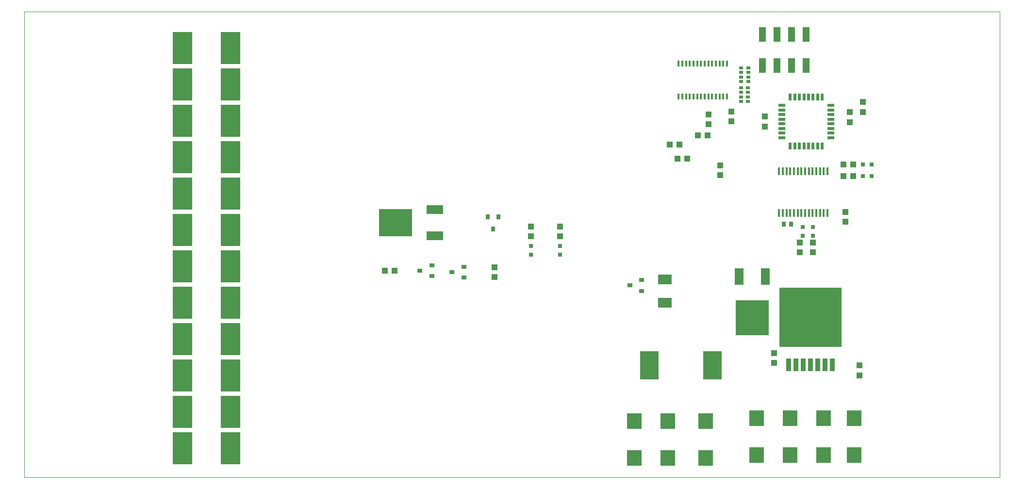
<source format=gtp>
G75*
%MOIN*%
%OFA0B0*%
%FSLAX25Y25*%
%IPPOS*%
%LPD*%
%AMOC8*
5,1,8,0,0,1.08239X$1,22.5*
%
%ADD10C,0.00000*%
%ADD11R,0.03937X0.04331*%
%ADD12R,0.04331X0.03937*%
%ADD13R,0.03543X0.03150*%
%ADD14R,0.03150X0.03543*%
%ADD15R,0.11811X0.06299*%
%ADD16R,0.22500X0.19000*%
%ADD17R,0.05000X0.02200*%
%ADD18R,0.02200X0.05000*%
%ADD19R,0.13386X0.22047*%
%ADD20R,0.01200X0.03900*%
%ADD21R,0.01370X0.05500*%
%ADD22R,0.03150X0.03150*%
%ADD23R,0.05000X0.10000*%
%ADD24R,0.03500X0.03100*%
%ADD25R,0.09449X0.07087*%
%ADD26R,0.22835X0.24409*%
%ADD27R,0.06299X0.11811*%
%ADD28R,0.03600X0.08500*%
%ADD29R,0.42500X0.41000*%
%ADD30R,0.12992X0.19291*%
%ADD31R,0.10039X0.10906*%
%ADD32R,0.02756X0.03543*%
%ADD33R,0.02559X0.01969*%
D10*
X0003000Y0004250D02*
X0003000Y0324250D01*
X0673000Y0324250D01*
X0673000Y0004250D01*
X0003000Y0004250D01*
D11*
X0326000Y0141904D03*
X0326000Y0148596D03*
X0451654Y0223250D03*
X0458346Y0223250D03*
X0452846Y0232750D03*
X0446154Y0232750D03*
X0473000Y0246904D03*
X0473000Y0253596D03*
X0488500Y0255596D03*
X0488500Y0248904D03*
X0511500Y0252096D03*
X0511500Y0245404D03*
X0481000Y0218596D03*
X0481000Y0211904D03*
X0565654Y0211250D03*
X0572346Y0211250D03*
X0572346Y0219250D03*
X0565654Y0219250D03*
X0570000Y0248404D03*
X0570000Y0255096D03*
X0579000Y0255404D03*
X0579000Y0262096D03*
X0566900Y0186496D03*
X0566900Y0179804D03*
X0518000Y0089596D03*
X0518000Y0082904D03*
X0576500Y0081096D03*
X0576500Y0074404D03*
D12*
X0544500Y0158904D03*
X0535500Y0158904D03*
X0535500Y0165596D03*
X0544500Y0165596D03*
X0472346Y0239250D03*
X0465654Y0239250D03*
X0371000Y0176596D03*
X0371000Y0169904D03*
X0351000Y0169904D03*
X0351000Y0176596D03*
X0257346Y0146250D03*
X0250654Y0146250D03*
D13*
X0274669Y0146250D03*
X0282937Y0142510D03*
X0282937Y0149990D03*
X0296669Y0145250D03*
X0304937Y0141510D03*
X0304937Y0148990D03*
D14*
X0325000Y0174919D03*
X0321260Y0183187D03*
X0328740Y0183187D03*
D15*
X0284906Y0188226D03*
X0284906Y0170274D03*
D16*
X0257748Y0179250D03*
D17*
X0523100Y0237726D03*
X0523100Y0240876D03*
X0523100Y0244026D03*
X0523100Y0247175D03*
X0523100Y0250325D03*
X0523100Y0253474D03*
X0523100Y0256624D03*
X0523100Y0259774D03*
X0556900Y0259774D03*
X0556900Y0256624D03*
X0556900Y0253474D03*
X0556900Y0250325D03*
X0556900Y0247175D03*
X0556900Y0244026D03*
X0556900Y0240876D03*
X0556900Y0237726D03*
D18*
X0551024Y0231850D03*
X0547874Y0231850D03*
X0544724Y0231850D03*
X0541575Y0231850D03*
X0538425Y0231850D03*
X0535276Y0231850D03*
X0532126Y0231850D03*
X0528976Y0231850D03*
X0528976Y0265650D03*
X0532126Y0265650D03*
X0535276Y0265650D03*
X0538425Y0265650D03*
X0541575Y0265650D03*
X0544724Y0265650D03*
X0547874Y0265650D03*
X0551024Y0265650D03*
D19*
X0144535Y0274250D03*
X0111465Y0274250D03*
X0111465Y0299250D03*
X0144535Y0299250D03*
X0144535Y0249250D03*
X0111465Y0249250D03*
X0111465Y0224250D03*
X0144535Y0224250D03*
X0144535Y0199250D03*
X0111465Y0199250D03*
X0111465Y0174250D03*
X0144535Y0174250D03*
X0144535Y0149250D03*
X0111465Y0149250D03*
X0111465Y0124250D03*
X0144535Y0124250D03*
X0144535Y0099250D03*
X0111465Y0099250D03*
X0111465Y0074250D03*
X0144535Y0074250D03*
X0144535Y0049250D03*
X0111465Y0049250D03*
X0111465Y0024250D03*
X0144535Y0024250D03*
D20*
X0452366Y0265763D03*
X0454925Y0265763D03*
X0457484Y0265763D03*
X0460043Y0265763D03*
X0462602Y0265763D03*
X0465161Y0265763D03*
X0467720Y0265763D03*
X0470280Y0265763D03*
X0472839Y0265763D03*
X0475398Y0265763D03*
X0477957Y0265763D03*
X0480516Y0265763D03*
X0483075Y0265763D03*
X0485634Y0265763D03*
X0485634Y0288737D03*
X0483075Y0288737D03*
X0480516Y0288737D03*
X0477957Y0288737D03*
X0475398Y0288737D03*
X0472839Y0288737D03*
X0470280Y0288737D03*
X0467720Y0288737D03*
X0465161Y0288737D03*
X0462602Y0288737D03*
X0460043Y0288737D03*
X0457484Y0288737D03*
X0454925Y0288737D03*
X0452366Y0288737D03*
D21*
X0521366Y0214644D03*
X0523925Y0214644D03*
X0526484Y0214644D03*
X0529043Y0214644D03*
X0531602Y0214644D03*
X0534161Y0214644D03*
X0536720Y0214644D03*
X0539280Y0214644D03*
X0541839Y0214644D03*
X0544398Y0214644D03*
X0546957Y0214644D03*
X0549516Y0214644D03*
X0552075Y0214644D03*
X0554634Y0214644D03*
X0554634Y0185856D03*
X0552075Y0185856D03*
X0549516Y0185856D03*
X0546957Y0185856D03*
X0544398Y0185856D03*
X0541839Y0185856D03*
X0539280Y0185856D03*
X0536720Y0185856D03*
X0534161Y0185856D03*
X0531602Y0185856D03*
X0529043Y0185856D03*
X0526484Y0185856D03*
X0523925Y0185856D03*
X0521366Y0185856D03*
D22*
X0537500Y0176203D03*
X0544500Y0176203D03*
X0544500Y0170297D03*
X0537500Y0170297D03*
X0579047Y0211250D03*
X0584953Y0211250D03*
X0584953Y0219250D03*
X0579047Y0219250D03*
X0371000Y0163203D03*
X0371000Y0157297D03*
X0351000Y0157297D03*
X0351000Y0163203D03*
D23*
X0510000Y0287250D03*
X0520000Y0287250D03*
X0530000Y0287250D03*
X0540000Y0287250D03*
X0540000Y0308746D03*
X0530000Y0308746D03*
X0520000Y0308746D03*
X0510000Y0308746D03*
D24*
X0427000Y0139950D03*
X0419000Y0136150D03*
X0427000Y0132350D03*
D25*
X0443000Y0124278D03*
X0443000Y0140222D03*
D26*
X0503000Y0114045D03*
D27*
X0494004Y0142313D03*
X0511996Y0142313D03*
D28*
X0528000Y0081450D03*
X0533000Y0081450D03*
X0538000Y0081450D03*
X0543000Y0081450D03*
X0548000Y0081450D03*
X0553000Y0081450D03*
X0558000Y0081450D03*
D29*
X0543000Y0114250D03*
D30*
X0475654Y0081250D03*
X0432346Y0081250D03*
D31*
X0422000Y0042864D03*
X0445000Y0042864D03*
X0471000Y0042864D03*
X0506000Y0044864D03*
X0529000Y0044864D03*
X0552000Y0044864D03*
X0573000Y0044864D03*
X0573000Y0019510D03*
X0552000Y0019510D03*
X0529000Y0019510D03*
X0506000Y0019510D03*
X0471000Y0017510D03*
X0445000Y0017510D03*
X0422000Y0017510D03*
D32*
X0524441Y0178250D03*
X0529559Y0178250D03*
D33*
X0500061Y0262526D03*
X0500061Y0265675D03*
X0500061Y0268825D03*
X0500061Y0271974D03*
X0500161Y0276226D03*
X0500161Y0279375D03*
X0500161Y0282525D03*
X0500161Y0285674D03*
X0495239Y0285674D03*
X0495239Y0282525D03*
X0495239Y0279375D03*
X0495239Y0276226D03*
X0495139Y0271974D03*
X0495139Y0268825D03*
X0495139Y0265675D03*
X0495139Y0262526D03*
M02*

</source>
